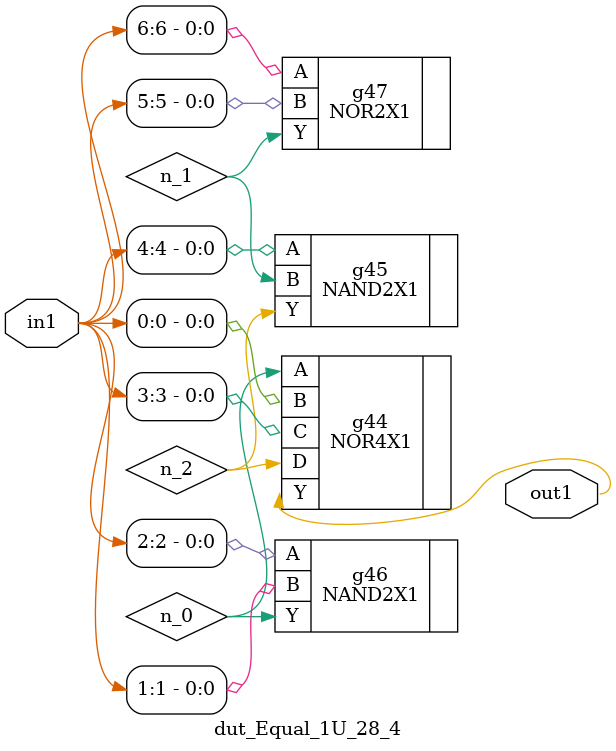
<source format=v>
`timescale 1ps / 1ps


module dut_Equal_1U_28_4(in1, out1);
  input [6:0] in1;
  output out1;
  wire [6:0] in1;
  wire out1;
  wire n_0, n_1, n_2;
  NOR4X1 g44(.A (n_0), .B (in1[0]), .C (in1[3]), .D (n_2), .Y (out1));
  NAND2X1 g45(.A (in1[4]), .B (n_1), .Y (n_2));
  NOR2X1 g47(.A (in1[6]), .B (in1[5]), .Y (n_1));
  NAND2X1 g46(.A (in1[2]), .B (in1[1]), .Y (n_0));
endmodule



</source>
